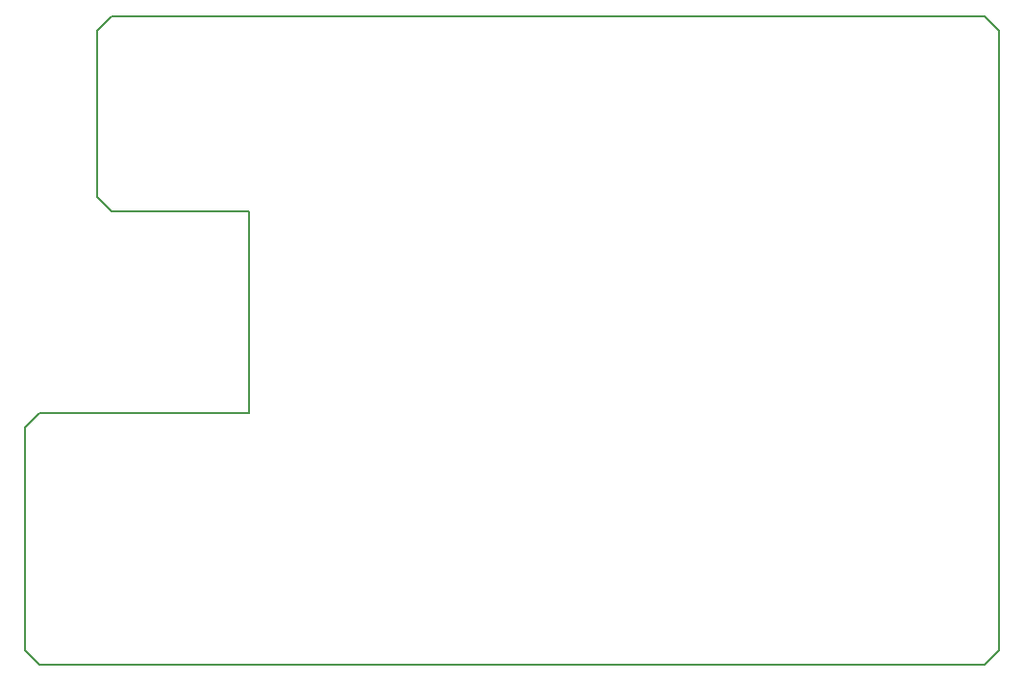
<source format=gbr>
G04 DipTrace 2.4.0.2*
%INBoardOutline.gbr*%
%MOIN*%
%ADD11C,0.006*%
%FSLAX44Y44*%
G04*
G70*
G90*
G75*
G01*
%LNBoardOutline*%
%LPD*%
X6940Y19690D2*
D11*
X6440Y20190D1*
Y25940D1*
X6940Y26440D1*
X37190D1*
X37690Y25940D1*
Y4690D1*
Y4440D1*
X37190Y3940D1*
X4440D1*
X3940Y4440D1*
Y12190D1*
X4440Y12690D1*
X11690D1*
Y19690D1*
X6940D1*
M02*

</source>
